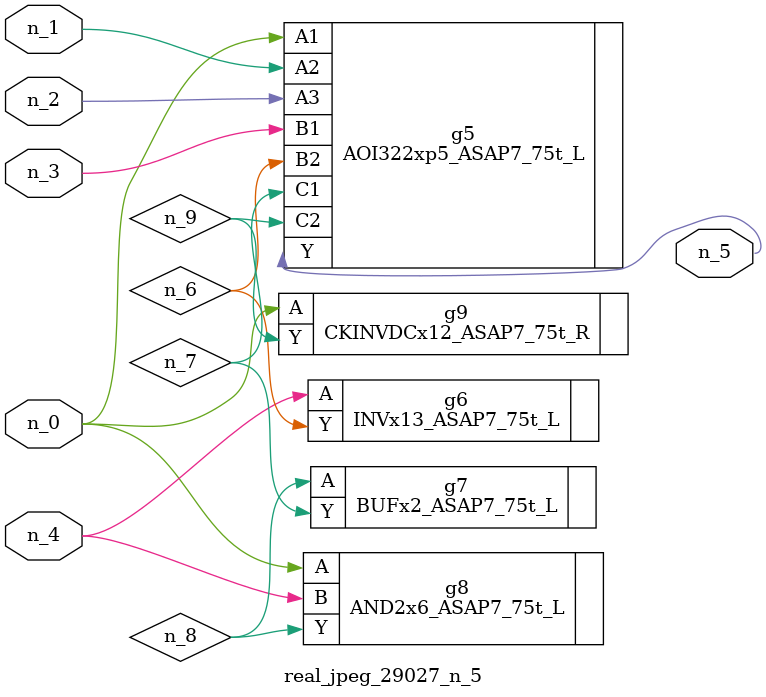
<source format=v>
module real_jpeg_29027_n_5 (n_4, n_0, n_1, n_2, n_3, n_5);

input n_4;
input n_0;
input n_1;
input n_2;
input n_3;

output n_5;

wire n_8;
wire n_6;
wire n_7;
wire n_9;

AOI322xp5_ASAP7_75t_L g5 ( 
.A1(n_0),
.A2(n_1),
.A3(n_2),
.B1(n_3),
.B2(n_6),
.C1(n_7),
.C2(n_9),
.Y(n_5)
);

AND2x6_ASAP7_75t_L g8 ( 
.A(n_0),
.B(n_4),
.Y(n_8)
);

CKINVDCx12_ASAP7_75t_R g9 ( 
.A(n_0),
.Y(n_9)
);

INVx13_ASAP7_75t_L g6 ( 
.A(n_4),
.Y(n_6)
);

BUFx2_ASAP7_75t_L g7 ( 
.A(n_8),
.Y(n_7)
);


endmodule
</source>
